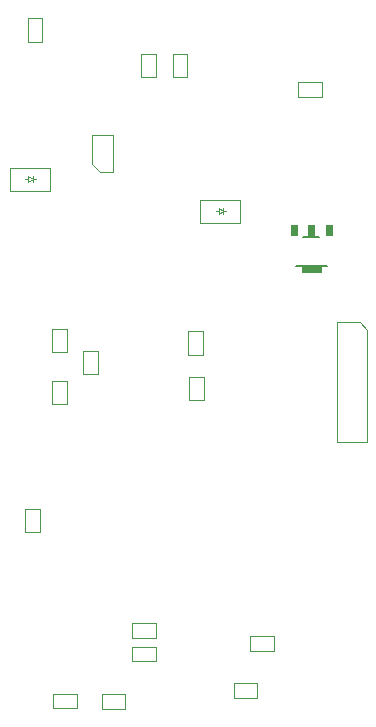
<source format=gbr>
G04 #@! TF.GenerationSoftware,KiCad,Pcbnew,5.1.6-c6e7f7d~87~ubuntu18.04.1*
G04 #@! TF.CreationDate,2021-04-09T16:44:34+05:30*
G04 #@! TF.ProjectId,Sensor_pcb_v4,53656e73-6f72-45f7-9063-625f76342e6b,rev?*
G04 #@! TF.SameCoordinates,Original*
G04 #@! TF.FileFunction,Other,Fab,Bot*
%FSLAX46Y46*%
G04 Gerber Fmt 4.6, Leading zero omitted, Abs format (unit mm)*
G04 Created by KiCad (PCBNEW 5.1.6-c6e7f7d~87~ubuntu18.04.1) date 2021-04-09 16:44:34*
%MOMM*%
%LPD*%
G01*
G04 APERTURE LIST*
%ADD10C,0.010000*%
%ADD11C,0.152400*%
%ADD12C,0.100000*%
G04 APERTURE END LIST*
D10*
G36*
X53279400Y-38803700D02*
G01*
X53779400Y-38803700D01*
X53779400Y-37943700D01*
X53279400Y-37943700D01*
X53279400Y-38803700D01*
G37*
X53279400Y-38803700D02*
X53779400Y-38803700D01*
X53779400Y-37943700D01*
X53279400Y-37943700D01*
X53279400Y-38803700D01*
G36*
X50279400Y-38803700D02*
G01*
X50779400Y-38803700D01*
X50779400Y-37943700D01*
X50279400Y-37943700D01*
X50279400Y-38803700D01*
G37*
X50279400Y-38803700D02*
X50779400Y-38803700D01*
X50779400Y-37943700D01*
X50279400Y-37943700D01*
X50279400Y-38803700D01*
D11*
X50749400Y-41443700D02*
X53309400Y-41443700D01*
X51349400Y-38943700D02*
X52709400Y-38943700D01*
D10*
G36*
X51229400Y-41943700D02*
G01*
X52829400Y-41943700D01*
X52829400Y-41443700D01*
X51229400Y-41443700D01*
X51229400Y-41943700D01*
G37*
X51229400Y-41943700D02*
X52829400Y-41943700D01*
X52829400Y-41443700D01*
X51229400Y-41443700D01*
X51229400Y-41943700D01*
G36*
X51779400Y-38943700D02*
G01*
X52279400Y-38943700D01*
X52279400Y-37943700D01*
X51779400Y-37943700D01*
X51779400Y-38943700D01*
G37*
X51779400Y-38943700D02*
X52279400Y-38943700D01*
X52279400Y-37943700D01*
X51779400Y-37943700D01*
X51779400Y-38943700D01*
D12*
X29047700Y-63969100D02*
X29047700Y-61969100D01*
X29047700Y-61969100D02*
X27807700Y-61969100D01*
X27807700Y-61969100D02*
X27807700Y-63969100D01*
X27807700Y-63969100D02*
X29047700Y-63969100D01*
X29873700Y-33147000D02*
X26473700Y-33147000D01*
X26473700Y-33147000D02*
X26473700Y-35047000D01*
X26473700Y-35047000D02*
X29873700Y-35047000D01*
X29873700Y-35047000D02*
X29873700Y-33147000D01*
X28427700Y-34097000D02*
X28046700Y-33843000D01*
X28046700Y-33843000D02*
X28046700Y-34351000D01*
X28046700Y-34351000D02*
X28427700Y-34097000D01*
X28427700Y-34097000D02*
X28681700Y-34097000D01*
X28046700Y-34097000D02*
X27792700Y-34097000D01*
X28427700Y-33843000D02*
X28427700Y-34351000D01*
X56743600Y-46840100D02*
X56108600Y-46205100D01*
X56743600Y-56365100D02*
X56743600Y-46840100D01*
X54203600Y-56365100D02*
X56743600Y-56365100D01*
X54203600Y-46205100D02*
X54203600Y-56365100D01*
X56108600Y-46205100D02*
X54203600Y-46205100D01*
X47443900Y-76735700D02*
X45443900Y-76735700D01*
X45443900Y-76735700D02*
X45443900Y-77975700D01*
X45443900Y-77975700D02*
X47443900Y-77975700D01*
X47443900Y-77975700D02*
X47443900Y-76735700D01*
X42847500Y-48947600D02*
X42847500Y-46947600D01*
X42847500Y-46947600D02*
X41607500Y-46947600D01*
X41607500Y-46947600D02*
X41607500Y-48947600D01*
X41607500Y-48947600D02*
X42847500Y-48947600D01*
X41676100Y-52805800D02*
X42916100Y-52805800D01*
X41676100Y-50805800D02*
X41676100Y-52805800D01*
X42916100Y-50805800D02*
X41676100Y-50805800D01*
X42916100Y-52805800D02*
X42916100Y-50805800D01*
X30103800Y-48752000D02*
X31343800Y-48752000D01*
X30103800Y-46752000D02*
X30103800Y-48752000D01*
X31343800Y-46752000D02*
X30103800Y-46752000D01*
X31343800Y-48752000D02*
X31343800Y-46752000D01*
X30058100Y-51158900D02*
X30058100Y-53158900D01*
X30058100Y-53158900D02*
X31298100Y-53158900D01*
X31298100Y-53158900D02*
X31298100Y-51158900D01*
X31298100Y-51158900D02*
X30058100Y-51158900D01*
X38877500Y-23447500D02*
X37637500Y-23447500D01*
X38877500Y-25447500D02*
X38877500Y-23447500D01*
X37637500Y-25447500D02*
X38877500Y-25447500D01*
X37637500Y-23447500D02*
X37637500Y-25447500D01*
X41534300Y-23469600D02*
X40294300Y-23469600D01*
X41534300Y-25469600D02*
X41534300Y-23469600D01*
X40294300Y-25469600D02*
X41534300Y-25469600D01*
X40294300Y-23469600D02*
X40294300Y-25469600D01*
X48871400Y-74038700D02*
X48871400Y-72798700D01*
X46871400Y-74038700D02*
X48871400Y-74038700D01*
X46871400Y-72798700D02*
X46871400Y-74038700D01*
X48871400Y-72798700D02*
X46871400Y-72798700D01*
X33960000Y-50598600D02*
X33960000Y-48598600D01*
X33960000Y-48598600D02*
X32720000Y-48598600D01*
X32720000Y-48598600D02*
X32720000Y-50598600D01*
X32720000Y-50598600D02*
X33960000Y-50598600D01*
X28018500Y-22440100D02*
X29258500Y-22440100D01*
X28018500Y-20440100D02*
X28018500Y-22440100D01*
X29258500Y-20440100D02*
X28018500Y-20440100D01*
X29258500Y-22440100D02*
X29258500Y-20440100D01*
X52925200Y-25869700D02*
X50925200Y-25869700D01*
X50925200Y-25869700D02*
X50925200Y-27109700D01*
X50925200Y-27109700D02*
X52925200Y-27109700D01*
X52925200Y-27109700D02*
X52925200Y-25869700D01*
X35271300Y-33460000D02*
X35271300Y-30360000D01*
X35271300Y-30360000D02*
X33471300Y-30360000D01*
X33471300Y-32810000D02*
X33471300Y-30360000D01*
X35271300Y-33460000D02*
X34121300Y-33460000D01*
X33471300Y-32810000D02*
X34121300Y-33460000D01*
X45995100Y-35864800D02*
X42595100Y-35864800D01*
X42595100Y-35864800D02*
X42595100Y-37764800D01*
X42595100Y-37764800D02*
X45995100Y-37764800D01*
X45995100Y-37764800D02*
X45995100Y-35864800D01*
X44549100Y-36814800D02*
X44168100Y-36560800D01*
X44168100Y-36560800D02*
X44168100Y-37068800D01*
X44168100Y-37068800D02*
X44549100Y-36814800D01*
X44549100Y-36814800D02*
X44803100Y-36814800D01*
X44168100Y-36814800D02*
X43914100Y-36814800D01*
X44549100Y-36560800D02*
X44549100Y-37068800D01*
X30148000Y-78900300D02*
X32148000Y-78900300D01*
X32148000Y-78900300D02*
X32148000Y-77660300D01*
X32148000Y-77660300D02*
X30148000Y-77660300D01*
X30148000Y-77660300D02*
X30148000Y-78900300D01*
X36861200Y-73654700D02*
X36861200Y-74894700D01*
X38861200Y-73654700D02*
X36861200Y-73654700D01*
X38861200Y-74894700D02*
X38861200Y-73654700D01*
X36861200Y-74894700D02*
X38861200Y-74894700D01*
X36866300Y-72903300D02*
X38866300Y-72903300D01*
X38866300Y-72903300D02*
X38866300Y-71663300D01*
X38866300Y-71663300D02*
X36866300Y-71663300D01*
X36866300Y-71663300D02*
X36866300Y-72903300D01*
X34275500Y-78951100D02*
X36275500Y-78951100D01*
X36275500Y-78951100D02*
X36275500Y-77711100D01*
X36275500Y-77711100D02*
X34275500Y-77711100D01*
X34275500Y-77711100D02*
X34275500Y-78951100D01*
M02*

</source>
